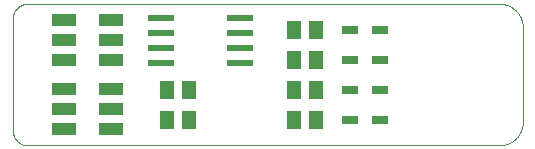
<source format=gtp>
G75*
%MOIN*%
%OFA0B0*%
%FSLAX25Y25*%
%IPPOS*%
%LPD*%
%AMOC8*
5,1,8,0,0,1.08239X$1,22.5*
%
%ADD10C,0.00000*%
%ADD11R,0.05118X0.05906*%
%ADD12R,0.05315X0.03150*%
%ADD13R,0.08700X0.02400*%
%ADD14R,0.07874X0.04331*%
D10*
X0011800Y0006800D02*
X0168926Y0006800D01*
X0169116Y0006802D01*
X0169306Y0006809D01*
X0169496Y0006821D01*
X0169686Y0006837D01*
X0169875Y0006857D01*
X0170064Y0006883D01*
X0170252Y0006912D01*
X0170439Y0006947D01*
X0170625Y0006986D01*
X0170810Y0007029D01*
X0170995Y0007077D01*
X0171178Y0007129D01*
X0171359Y0007185D01*
X0171539Y0007246D01*
X0171718Y0007312D01*
X0171895Y0007381D01*
X0172071Y0007455D01*
X0172244Y0007533D01*
X0172416Y0007616D01*
X0172585Y0007702D01*
X0172753Y0007792D01*
X0172918Y0007887D01*
X0173081Y0007985D01*
X0173241Y0008088D01*
X0173399Y0008194D01*
X0173554Y0008304D01*
X0173707Y0008417D01*
X0173857Y0008535D01*
X0174003Y0008656D01*
X0174147Y0008780D01*
X0174288Y0008908D01*
X0174426Y0009039D01*
X0174561Y0009174D01*
X0174692Y0009312D01*
X0174820Y0009453D01*
X0174944Y0009597D01*
X0175065Y0009743D01*
X0175183Y0009893D01*
X0175296Y0010046D01*
X0175406Y0010201D01*
X0175512Y0010359D01*
X0175615Y0010519D01*
X0175713Y0010682D01*
X0175808Y0010847D01*
X0175898Y0011015D01*
X0175984Y0011184D01*
X0176067Y0011356D01*
X0176145Y0011529D01*
X0176219Y0011705D01*
X0176288Y0011882D01*
X0176354Y0012061D01*
X0176415Y0012241D01*
X0176471Y0012422D01*
X0176523Y0012605D01*
X0176571Y0012790D01*
X0176614Y0012975D01*
X0176653Y0013161D01*
X0176688Y0013348D01*
X0176717Y0013536D01*
X0176743Y0013725D01*
X0176763Y0013914D01*
X0176779Y0014104D01*
X0176791Y0014294D01*
X0176798Y0014484D01*
X0176800Y0014674D01*
X0176800Y0046170D01*
X0176798Y0046360D01*
X0176791Y0046550D01*
X0176779Y0046740D01*
X0176763Y0046930D01*
X0176743Y0047119D01*
X0176717Y0047308D01*
X0176688Y0047496D01*
X0176653Y0047683D01*
X0176614Y0047869D01*
X0176571Y0048054D01*
X0176523Y0048239D01*
X0176471Y0048422D01*
X0176415Y0048603D01*
X0176354Y0048783D01*
X0176288Y0048962D01*
X0176219Y0049139D01*
X0176145Y0049315D01*
X0176067Y0049488D01*
X0175984Y0049660D01*
X0175898Y0049829D01*
X0175808Y0049997D01*
X0175713Y0050162D01*
X0175615Y0050325D01*
X0175512Y0050485D01*
X0175406Y0050643D01*
X0175296Y0050798D01*
X0175183Y0050951D01*
X0175065Y0051101D01*
X0174944Y0051247D01*
X0174820Y0051391D01*
X0174692Y0051532D01*
X0174561Y0051670D01*
X0174426Y0051805D01*
X0174288Y0051936D01*
X0174147Y0052064D01*
X0174003Y0052188D01*
X0173857Y0052309D01*
X0173707Y0052427D01*
X0173554Y0052540D01*
X0173399Y0052650D01*
X0173241Y0052756D01*
X0173081Y0052859D01*
X0172918Y0052957D01*
X0172753Y0053052D01*
X0172585Y0053142D01*
X0172416Y0053228D01*
X0172244Y0053311D01*
X0172071Y0053389D01*
X0171895Y0053463D01*
X0171718Y0053532D01*
X0171539Y0053598D01*
X0171359Y0053659D01*
X0171178Y0053715D01*
X0170995Y0053767D01*
X0170810Y0053815D01*
X0170625Y0053858D01*
X0170439Y0053897D01*
X0170252Y0053932D01*
X0170064Y0053961D01*
X0169875Y0053987D01*
X0169686Y0054007D01*
X0169496Y0054023D01*
X0169306Y0054035D01*
X0169116Y0054042D01*
X0168926Y0054044D01*
X0011800Y0054044D01*
X0011660Y0054042D01*
X0011520Y0054036D01*
X0011380Y0054026D01*
X0011240Y0054013D01*
X0011101Y0053995D01*
X0010962Y0053973D01*
X0010825Y0053948D01*
X0010687Y0053919D01*
X0010551Y0053886D01*
X0010416Y0053849D01*
X0010282Y0053808D01*
X0010149Y0053763D01*
X0010017Y0053715D01*
X0009887Y0053663D01*
X0009758Y0053608D01*
X0009631Y0053549D01*
X0009505Y0053486D01*
X0009381Y0053420D01*
X0009260Y0053351D01*
X0009140Y0053278D01*
X0009022Y0053201D01*
X0008907Y0053122D01*
X0008793Y0053039D01*
X0008683Y0052953D01*
X0008574Y0052864D01*
X0008468Y0052772D01*
X0008365Y0052677D01*
X0008264Y0052580D01*
X0008167Y0052479D01*
X0008072Y0052376D01*
X0007980Y0052270D01*
X0007891Y0052161D01*
X0007805Y0052051D01*
X0007722Y0051937D01*
X0007643Y0051822D01*
X0007566Y0051704D01*
X0007493Y0051584D01*
X0007424Y0051463D01*
X0007358Y0051339D01*
X0007295Y0051213D01*
X0007236Y0051086D01*
X0007181Y0050957D01*
X0007129Y0050827D01*
X0007081Y0050695D01*
X0007036Y0050562D01*
X0006995Y0050428D01*
X0006958Y0050293D01*
X0006925Y0050157D01*
X0006896Y0050019D01*
X0006871Y0049882D01*
X0006849Y0049743D01*
X0006831Y0049604D01*
X0006818Y0049464D01*
X0006808Y0049324D01*
X0006802Y0049184D01*
X0006800Y0049044D01*
X0006800Y0011800D01*
X0006802Y0011660D01*
X0006808Y0011520D01*
X0006818Y0011380D01*
X0006831Y0011240D01*
X0006849Y0011101D01*
X0006871Y0010962D01*
X0006896Y0010825D01*
X0006925Y0010687D01*
X0006958Y0010551D01*
X0006995Y0010416D01*
X0007036Y0010282D01*
X0007081Y0010149D01*
X0007129Y0010017D01*
X0007181Y0009887D01*
X0007236Y0009758D01*
X0007295Y0009631D01*
X0007358Y0009505D01*
X0007424Y0009381D01*
X0007493Y0009260D01*
X0007566Y0009140D01*
X0007643Y0009022D01*
X0007722Y0008907D01*
X0007805Y0008793D01*
X0007891Y0008683D01*
X0007980Y0008574D01*
X0008072Y0008468D01*
X0008167Y0008365D01*
X0008264Y0008264D01*
X0008365Y0008167D01*
X0008468Y0008072D01*
X0008574Y0007980D01*
X0008683Y0007891D01*
X0008793Y0007805D01*
X0008907Y0007722D01*
X0009022Y0007643D01*
X0009140Y0007566D01*
X0009260Y0007493D01*
X0009381Y0007424D01*
X0009505Y0007358D01*
X0009631Y0007295D01*
X0009758Y0007236D01*
X0009887Y0007181D01*
X0010017Y0007129D01*
X0010149Y0007081D01*
X0010282Y0007036D01*
X0010416Y0006995D01*
X0010551Y0006958D01*
X0010687Y0006925D01*
X0010825Y0006896D01*
X0010962Y0006871D01*
X0011101Y0006849D01*
X0011240Y0006831D01*
X0011380Y0006818D01*
X0011520Y0006808D01*
X0011660Y0006802D01*
X0011800Y0006800D01*
D11*
X0058060Y0015422D03*
X0065540Y0015422D03*
X0065540Y0025422D03*
X0058060Y0025422D03*
X0100560Y0025422D03*
X0108040Y0025422D03*
X0108040Y0015422D03*
X0100560Y0015422D03*
X0100560Y0035422D03*
X0108040Y0035422D03*
X0108040Y0045422D03*
X0100560Y0045422D03*
D12*
X0119300Y0045422D03*
X0129300Y0045422D03*
X0129300Y0035422D03*
X0119300Y0035422D03*
X0119300Y0025422D03*
X0129300Y0025422D03*
X0129300Y0015422D03*
X0119300Y0015422D03*
D13*
X0082600Y0034422D03*
X0082600Y0039422D03*
X0082600Y0044422D03*
X0082600Y0049422D03*
X0056100Y0049422D03*
X0056100Y0044422D03*
X0056100Y0039422D03*
X0056100Y0034422D03*
D14*
X0039674Y0035229D03*
X0023926Y0035229D03*
X0023926Y0041922D03*
X0039674Y0041922D03*
X0039674Y0048615D03*
X0023926Y0048615D03*
X0023926Y0025515D03*
X0039674Y0025515D03*
X0039674Y0018822D03*
X0023926Y0018822D03*
X0023926Y0012129D03*
X0039674Y0012129D03*
M02*

</source>
